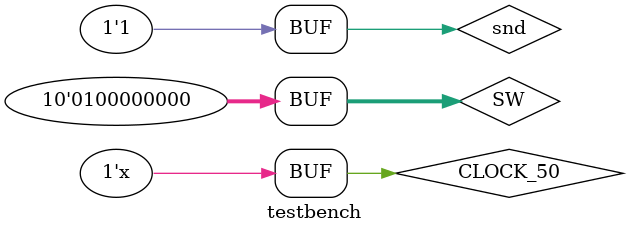
<source format=v>
`timescale 1ns / 1ps

module testbench ( );

	parameter CLOCK_PERIOD = 10;

    reg [9:0] SW;
    //reg [3:0] KEY;
    reg CLOCK_50;
    reg [32:0] delay_cnt;
    reg snd;
    wire [31:0] sound;
    wire [31:0] delay;

	initial begin
        CLOCK_50 <= 1'b0;
	end // initial
	always @ (*)
	begin : Clock_Generator
		#((CLOCK_PERIOD) / 2) CLOCK_50 <= ~CLOCK_50;
	end

        initial begin
        snd <= 1'b0;
        #2 snd <= 1'b1; // reset

	end 
        
	initial begin
        SW[9:0] <= 10'b0000000000;
        #200 SW[9:0] <= 10'b0000000001;
        #200 SW[9:0] <= 10'b0000000010;
        #200 SW[9:0] <= 10'b0000000100; 
        #200 SW[9:0] <= 10'b0000001000;
        #200 SW[9:0] <= 10'b0000010000;
        #200 SW[9:0] <= 10'b0000100000;
        #200 SW[9:0] <= 10'b0001000000;
        #200 SW[9:0] <= 10'b0010000000;
        #200 SW[9:0] <= 10'b0100000000;

	end // initial
	pianosimpleformodelsim U1 (
	// Inputs
	CLOCK_50,
	SW, sound
);

        //initial begin $monitor("time=%0d, reset=%b, counter=%d, hex=%7b", $time, KEY[0], slowCounterOut, HEX0); end 

endmodule
</source>
